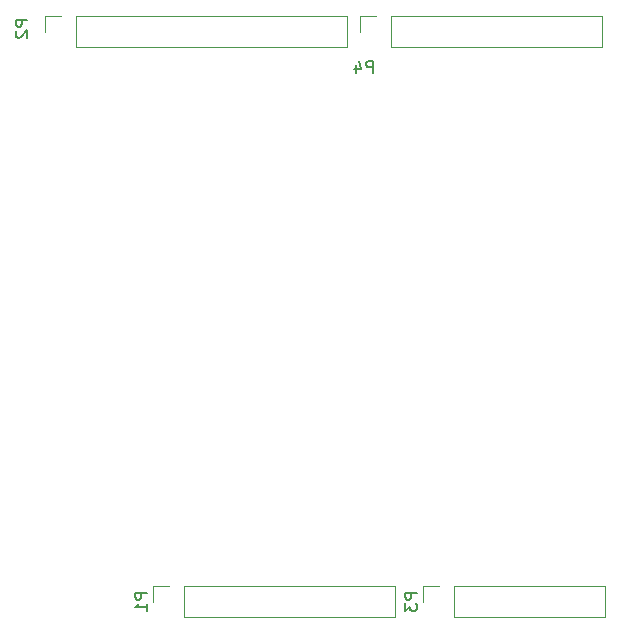
<source format=gbr>
%TF.GenerationSoftware,KiCad,Pcbnew,7.0.1*%
%TF.CreationDate,2023-05-02T20:05:28+02:00*%
%TF.ProjectId,Lab1_SDHD,4c616231-5f53-4444-9844-2e6b69636164,v 1.0*%
%TF.SameCoordinates,Original*%
%TF.FileFunction,Legend,Bot*%
%TF.FilePolarity,Positive*%
%FSLAX46Y46*%
G04 Gerber Fmt 4.6, Leading zero omitted, Abs format (unit mm)*
G04 Created by KiCad (PCBNEW 7.0.1) date 2023-05-02 20:05:28*
%MOMM*%
%LPD*%
G01*
G04 APERTURE LIST*
%ADD10C,0.150000*%
%ADD11C,0.120000*%
G04 APERTURE END LIST*
D10*
X126072619Y-96721905D02*
X125072619Y-96721905D01*
X125072619Y-96721905D02*
X125072619Y-97102857D01*
X125072619Y-97102857D02*
X125120238Y-97198095D01*
X125120238Y-97198095D02*
X125167857Y-97245714D01*
X125167857Y-97245714D02*
X125263095Y-97293333D01*
X125263095Y-97293333D02*
X125405952Y-97293333D01*
X125405952Y-97293333D02*
X125501190Y-97245714D01*
X125501190Y-97245714D02*
X125548809Y-97198095D01*
X125548809Y-97198095D02*
X125596428Y-97102857D01*
X125596428Y-97102857D02*
X125596428Y-96721905D01*
X126072619Y-98245714D02*
X126072619Y-97674286D01*
X126072619Y-97960000D02*
X125072619Y-97960000D01*
X125072619Y-97960000D02*
X125215476Y-97864762D01*
X125215476Y-97864762D02*
X125310714Y-97769524D01*
X125310714Y-97769524D02*
X125358333Y-97674286D01*
X148932619Y-96721905D02*
X147932619Y-96721905D01*
X147932619Y-96721905D02*
X147932619Y-97102857D01*
X147932619Y-97102857D02*
X147980238Y-97198095D01*
X147980238Y-97198095D02*
X148027857Y-97245714D01*
X148027857Y-97245714D02*
X148123095Y-97293333D01*
X148123095Y-97293333D02*
X148265952Y-97293333D01*
X148265952Y-97293333D02*
X148361190Y-97245714D01*
X148361190Y-97245714D02*
X148408809Y-97198095D01*
X148408809Y-97198095D02*
X148456428Y-97102857D01*
X148456428Y-97102857D02*
X148456428Y-96721905D01*
X147932619Y-97626667D02*
X147932619Y-98245714D01*
X147932619Y-98245714D02*
X148313571Y-97912381D01*
X148313571Y-97912381D02*
X148313571Y-98055238D01*
X148313571Y-98055238D02*
X148361190Y-98150476D01*
X148361190Y-98150476D02*
X148408809Y-98198095D01*
X148408809Y-98198095D02*
X148504047Y-98245714D01*
X148504047Y-98245714D02*
X148742142Y-98245714D01*
X148742142Y-98245714D02*
X148837380Y-98198095D01*
X148837380Y-98198095D02*
X148885000Y-98150476D01*
X148885000Y-98150476D02*
X148932619Y-98055238D01*
X148932619Y-98055238D02*
X148932619Y-97769524D01*
X148932619Y-97769524D02*
X148885000Y-97674286D01*
X148885000Y-97674286D02*
X148837380Y-97626667D01*
X115956619Y-48207905D02*
X114956619Y-48207905D01*
X114956619Y-48207905D02*
X114956619Y-48588857D01*
X114956619Y-48588857D02*
X115004238Y-48684095D01*
X115004238Y-48684095D02*
X115051857Y-48731714D01*
X115051857Y-48731714D02*
X115147095Y-48779333D01*
X115147095Y-48779333D02*
X115289952Y-48779333D01*
X115289952Y-48779333D02*
X115385190Y-48731714D01*
X115385190Y-48731714D02*
X115432809Y-48684095D01*
X115432809Y-48684095D02*
X115480428Y-48588857D01*
X115480428Y-48588857D02*
X115480428Y-48207905D01*
X115051857Y-49160286D02*
X115004238Y-49207905D01*
X115004238Y-49207905D02*
X114956619Y-49303143D01*
X114956619Y-49303143D02*
X114956619Y-49541238D01*
X114956619Y-49541238D02*
X115004238Y-49636476D01*
X115004238Y-49636476D02*
X115051857Y-49684095D01*
X115051857Y-49684095D02*
X115147095Y-49731714D01*
X115147095Y-49731714D02*
X115242333Y-49731714D01*
X115242333Y-49731714D02*
X115385190Y-49684095D01*
X115385190Y-49684095D02*
X115956619Y-49112667D01*
X115956619Y-49112667D02*
X115956619Y-49731714D01*
X145188094Y-52710619D02*
X145188094Y-51710619D01*
X145188094Y-51710619D02*
X144807142Y-51710619D01*
X144807142Y-51710619D02*
X144711904Y-51758238D01*
X144711904Y-51758238D02*
X144664285Y-51805857D01*
X144664285Y-51805857D02*
X144616666Y-51901095D01*
X144616666Y-51901095D02*
X144616666Y-52043952D01*
X144616666Y-52043952D02*
X144664285Y-52139190D01*
X144664285Y-52139190D02*
X144711904Y-52186809D01*
X144711904Y-52186809D02*
X144807142Y-52234428D01*
X144807142Y-52234428D02*
X145188094Y-52234428D01*
X143759523Y-52043952D02*
X143759523Y-52710619D01*
X143997618Y-51663000D02*
X144235713Y-52377285D01*
X144235713Y-52377285D02*
X143616666Y-52377285D01*
D11*
X147050000Y-96130000D02*
X147050000Y-98790000D01*
X129210000Y-96130000D02*
X147050000Y-96130000D01*
X129210000Y-96130000D02*
X129210000Y-98790000D01*
X127940000Y-96130000D02*
X126610000Y-96130000D01*
X126610000Y-96130000D02*
X126610000Y-97460000D01*
X129210000Y-98790000D02*
X147050000Y-98790000D01*
X164830000Y-96130000D02*
X164830000Y-98790000D01*
X152070000Y-96130000D02*
X164830000Y-96130000D01*
X152070000Y-96130000D02*
X152070000Y-98790000D01*
X150800000Y-96130000D02*
X149470000Y-96130000D01*
X149470000Y-96130000D02*
X149470000Y-97460000D01*
X152070000Y-98790000D02*
X164830000Y-98790000D01*
X142986000Y-47870000D02*
X142986000Y-50530000D01*
X120066000Y-47870000D02*
X142986000Y-47870000D01*
X120066000Y-47870000D02*
X120066000Y-50530000D01*
X118796000Y-47870000D02*
X117466000Y-47870000D01*
X117466000Y-47870000D02*
X117466000Y-49200000D01*
X120066000Y-50530000D02*
X142986000Y-50530000D01*
X164576000Y-47870000D02*
X164576000Y-50530000D01*
X146736000Y-47870000D02*
X164576000Y-47870000D01*
X146736000Y-47870000D02*
X146736000Y-50530000D01*
X145466000Y-47870000D02*
X144136000Y-47870000D01*
X144136000Y-47870000D02*
X144136000Y-49200000D01*
X146736000Y-50530000D02*
X164576000Y-50530000D01*
M02*

</source>
